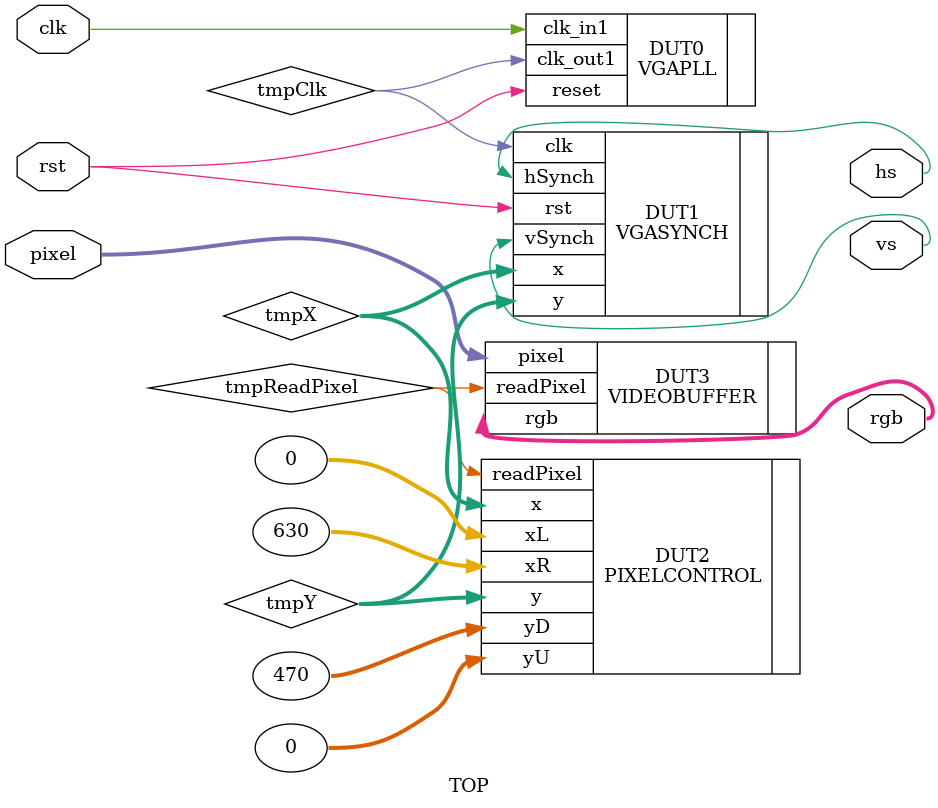
<source format=v>
`timescale 1ns / 1ps


module TOP#(
    parameter XL=0,
    parameter XR=630,
    parameter YU=0,
    parameter YD=470
)(
    input clk, // frontul activ este frontul pozitiv
    input rst, // intrare de initializare asincrona ~ activ pe 1 ~ pt blocul de afisare
    input [11:0]pixel, // intrare de date , se furniz comp RGB ale pixel curent
    output [11:0]rgb, // furnizeaza comp RGB la portu VGA al fpga pt a fi transmise pe ecran.
    output hs, // iesire pt sinc pe orizontala
    output vs  // iesire pt sinc pe verticala
    );
    
    wire tmpClk;
    wire [9:0]tmpX,tmpY;
    wire tmpReadPixel;
    
    
    VGAPLL DUT0 (
  // Clock out ports
  .clk_out1(tmpClk),
  // Status and control signals
  .reset(rst),
 // Clock in ports
   .clk_in1(clk)
 );
    
    VGASYNCH DUT1(
        .clk(tmpClk),
        .rst(rst), // utilizata pt initializarea starii numaratoarelor pe 0 
        .hSynch(hs), // semnal de sinc pe orizontala
        .vSynch(vs), // semnal de sinc pe verticala 
        .x(tmpX), //  [N-1]x ~ N =dim iesirea nr CNT
        .y(tmpY) 
    );
    
    PIXELCONTROL DUT2(
        .xL(XL),
        .xR(XR),
        .yU(YU),
        .yD(YD),
        .x(tmpX),
        .y(tmpY),
        .readPixel(tmpReadPixel)
    );
    
    VIDEOBUFFER DUT3(
        .readPixel(tmpReadPixel),
        .pixel(pixel),
        .rgb(rgb)
    );
 
    
    
    
    
    
    
    
endmodule

</source>
